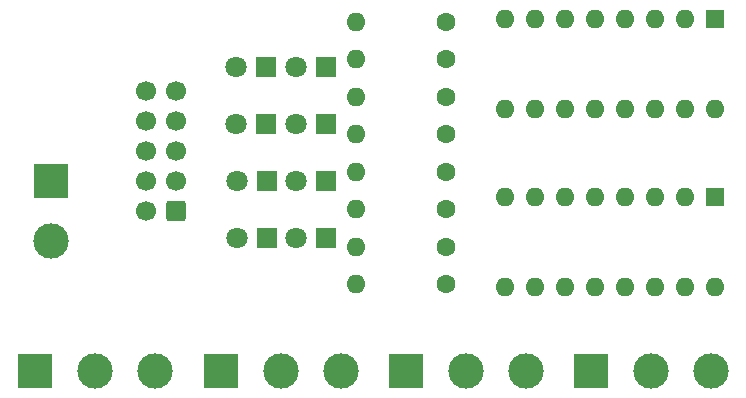
<source format=gbr>
%TF.GenerationSoftware,KiCad,Pcbnew,7.0.6*%
%TF.CreationDate,2023-09-19T17:21:49+08:00*%
%TF.ProjectId,ControlPanel_RF_Breakout,436f6e74-726f-46c5-9061-6e656c5f5246,0*%
%TF.SameCoordinates,Original*%
%TF.FileFunction,Soldermask,Top*%
%TF.FilePolarity,Negative*%
%FSLAX46Y46*%
G04 Gerber Fmt 4.6, Leading zero omitted, Abs format (unit mm)*
G04 Created by KiCad (PCBNEW 7.0.6) date 2023-09-19 17:21:49*
%MOMM*%
%LPD*%
G01*
G04 APERTURE LIST*
G04 Aperture macros list*
%AMRoundRect*
0 Rectangle with rounded corners*
0 $1 Rounding radius*
0 $2 $3 $4 $5 $6 $7 $8 $9 X,Y pos of 4 corners*
0 Add a 4 corners polygon primitive as box body*
4,1,4,$2,$3,$4,$5,$6,$7,$8,$9,$2,$3,0*
0 Add four circle primitives for the rounded corners*
1,1,$1+$1,$2,$3*
1,1,$1+$1,$4,$5*
1,1,$1+$1,$6,$7*
1,1,$1+$1,$8,$9*
0 Add four rect primitives between the rounded corners*
20,1,$1+$1,$2,$3,$4,$5,0*
20,1,$1+$1,$4,$5,$6,$7,0*
20,1,$1+$1,$6,$7,$8,$9,0*
20,1,$1+$1,$8,$9,$2,$3,0*%
G04 Aperture macros list end*
%ADD10C,1.700000*%
%ADD11RoundRect,0.250000X0.600000X0.600000X-0.600000X0.600000X-0.600000X-0.600000X0.600000X-0.600000X0*%
%ADD12C,1.800000*%
%ADD13R,1.800000X1.800000*%
%ADD14C,1.600000*%
%ADD15O,1.600000X1.600000*%
%ADD16R,1.600000X1.600000*%
%ADD17C,3.000000*%
%ADD18R,3.000000X3.000000*%
G04 APERTURE END LIST*
D10*
%TO.C,IDC_RF1*%
X5842000Y-9652000D03*
X8382000Y-9652000D03*
X5842000Y-12192000D03*
X8382000Y-12192000D03*
X5842000Y-14732000D03*
X8382000Y-14732000D03*
X5842000Y-17272000D03*
X8382000Y-17272000D03*
X5842000Y-19812000D03*
D11*
X8382000Y-19812000D03*
%TD*%
D12*
%TO.C,D8*%
X13462000Y-7620000D03*
D13*
X16002000Y-7620000D03*
%TD*%
D12*
%TO.C,D7*%
X18542000Y-7620000D03*
D13*
X21082000Y-7620000D03*
%TD*%
D12*
%TO.C,D6*%
X13462000Y-12446000D03*
D13*
X16002000Y-12446000D03*
%TD*%
D12*
%TO.C,D5*%
X18542000Y-12446000D03*
D13*
X21082000Y-12446000D03*
%TD*%
D12*
%TO.C,D4*%
X13467000Y-17272000D03*
D13*
X16007000Y-17272000D03*
%TD*%
D12*
%TO.C,D3*%
X18542000Y-17272000D03*
D13*
X21082000Y-17272000D03*
%TD*%
D12*
%TO.C,D2*%
X13467000Y-22098000D03*
D13*
X16007000Y-22098000D03*
%TD*%
D12*
%TO.C,D1*%
X18542000Y-22098000D03*
D13*
X21082000Y-22098000D03*
%TD*%
D14*
%TO.C,R9*%
X31191200Y-3764000D03*
D15*
X23571200Y-3764000D03*
%TD*%
%TO.C,R8*%
X23571200Y-6939000D03*
D14*
X31191200Y-6939000D03*
%TD*%
D15*
%TO.C,R7*%
X23571200Y-10114000D03*
D14*
X31191200Y-10114000D03*
%TD*%
D15*
%TO.C,R6*%
X23571200Y-13289000D03*
D14*
X31191200Y-13289000D03*
%TD*%
D15*
%TO.C,R5*%
X23571200Y-16464000D03*
D14*
X31191200Y-16464000D03*
%TD*%
D15*
%TO.C,R4*%
X23571200Y-19639000D03*
D14*
X31191200Y-19639000D03*
%TD*%
D15*
%TO.C,R3*%
X23571200Y-22814000D03*
D14*
X31191200Y-22814000D03*
%TD*%
D15*
%TO.C,R2*%
X23576600Y-25997650D03*
D14*
X31196600Y-25997650D03*
%TD*%
D15*
%TO.C,U2*%
X53981200Y-26217650D03*
X51441200Y-26217650D03*
X48901200Y-26217650D03*
X46361200Y-26217650D03*
X43821200Y-26217650D03*
X41281200Y-26217650D03*
X38741200Y-26217650D03*
X36201200Y-26217650D03*
X36201200Y-18597650D03*
X38741200Y-18597650D03*
X41281200Y-18597650D03*
X43821200Y-18597650D03*
X46361200Y-18597650D03*
X48901200Y-18597650D03*
X51441200Y-18597650D03*
D16*
X53981200Y-18597650D03*
%TD*%
D17*
%TO.C,J18*%
X53621600Y-33338000D03*
X48541600Y-33338000D03*
D18*
X43461600Y-33338000D03*
%TD*%
%TO.C,J22*%
X-2276000Y-17272000D03*
D17*
X-2276000Y-22352000D03*
%TD*%
%TO.C,J21*%
X6604000Y-33338000D03*
X1524000Y-33338000D03*
D18*
X-3556000Y-33338000D03*
%TD*%
D16*
%TO.C,U3*%
X53981200Y-3566000D03*
D15*
X51441200Y-3566000D03*
X48901200Y-3566000D03*
X46361200Y-3566000D03*
X43821200Y-3566000D03*
X41281200Y-3566000D03*
X38741200Y-3566000D03*
X36201200Y-3566000D03*
X36201200Y-11186000D03*
X38741200Y-11186000D03*
X41281200Y-11186000D03*
X43821200Y-11186000D03*
X46361200Y-11186000D03*
X48901200Y-11186000D03*
X51441200Y-11186000D03*
X53981200Y-11186000D03*
%TD*%
D17*
%TO.C,J20*%
X22273600Y-33338000D03*
X17193600Y-33338000D03*
D18*
X12113600Y-33338000D03*
%TD*%
D17*
%TO.C,J19*%
X37945400Y-33338000D03*
X32865400Y-33338000D03*
D18*
X27785400Y-33338000D03*
%TD*%
M02*

</source>
